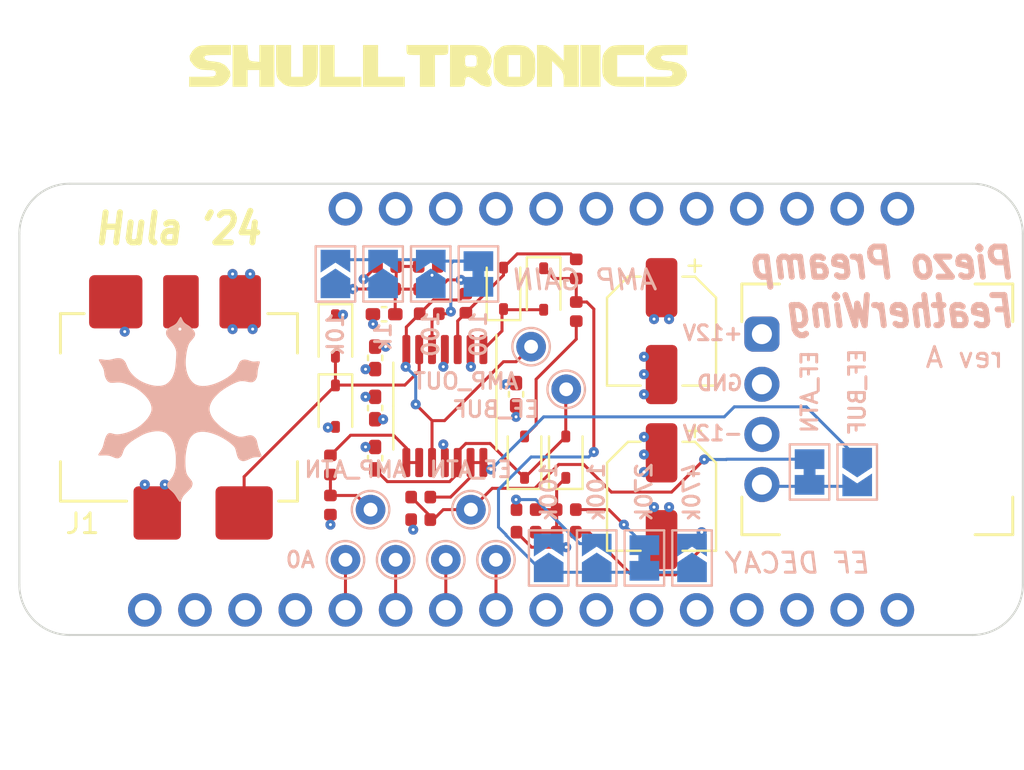
<source format=kicad_pcb>
(kicad_pcb (version 20240108) (generator "pcbnew") (generator_version "8.0")
  (layers (0 "F.Cu" power) (1 "In1.Cu" signal) (2 "In2.Cu" signal) (31 "B.Cu" mixed) (34 "B.Paste" user) (35 "F.Paste" user) (36 "B.SilkS" user "B.Silkscreen") (37 "F.SilkS" user "F.Silkscreen") (38 "B.Mask" user) (39 "F.Mask" user) (44 "Edge.Cuts" user))
  (net 0 "")
  (net 1 "GND")
  (net 2 "/~{EN}")
  (net 3 "/SCL")
  (net 4 "/SDA")
  (net 5 "/TX")
  (net 6 "/RX")
  (net 7 "/MISO")
  (net 8 "/MOSI")
  (net 9 "/SCK")
  (net 10 "/~{RST}")
  (net 11 "/SIGNAL_IN")
  (net 12 "/VREF")
  (net 13 "Net-(D3-A)")
  (net 14 "/EF_OUT")
  (net 15 "Net-(D5-A)")
  (net 16 "/USER")
  (net 17 "/A3")
  (net 18 "/A2")
  (net 19 "/A1")
  (net 20 "/A0")
  (net 21 "/D13")
  (net 22 "/D12")
  (net 23 "/D11")
  (net 24 "/D10")
  (net 25 "/D9")
  (net 26 "/D6")
  (net 27 "+12V")
  (net 28 "-12V")
  (net 29 "Net-(JP1-B)")
  (net 30 "Net-(JP1-A)")
  (net 31 "Net-(JP2-A)")
  (net 32 "Net-(JP3-A)")
  (net 33 "Net-(JP4-A)")
  (net 34 "Net-(JP5-B)")
  (net 35 "Net-(JP6-B)")
  (net 36 "Net-(JP7-B)")
  (net 37 "Net-(JP8-B)")
  (net 38 "/AMP_OUT {slash} EF_IN")
  (net 39 "Net-(C1-Pad2)")
  (net 40 "Net-(D3-K)")
  (net 41 "Net-(D6-K)")
  (net 42 "/AMP_OUT_SCALED")
  (net 43 "/ENVF_OUT_SCALED")
  (net 47 "/USB")
  (net 49 "/VBAT")
  (net 50 "/RECTIFIER_OUT")
  (net 51 "Net-(JP10-B)")
  (net 52 "/EF_BUFFERED")
  (net 53 "/AMP_BUFFERED")
  (footprint "Shulltronics_Connectors:3033_Molex_SL_4pos_RA" (layer "F.Cu") (at 169.672 91.44 -90)
    (property "Reference" "J5" (hide yes))
    (property "Value" "3033_Connector_SL_4pos_RA")
    (pad "1" thru_hole roundrect (at -2.54 0 270) (size 1.778 1.778) (drill 1.016) (layers "*.Cu" "*.Mask") (net 27 "+12V"))
    (pad "2" thru_hole circle (at 0 0 270) (size 1.778 1.778) (drill 1.016) (layers "*.Cu" "*.Mask") (net 1 "GND"))
    (pad "3" thru_hole circle (at 2.54 0 270) (size 1.778 1.778) (drill 1.016) (layers "*.Cu" "*.Mask") (net 28 "-12V"))
    (pad "4" thru_hole circle (at 5.08 0 270) (size 1.778 1.778) (drill 1.016) (layers "*.Cu" "*.Mask") (net 51 "Net-(JP10-B)"))
  )
  (footprint "Shulltronics_Generics:C_0402_HandSolder" (layer "F.Cu") (at 150.091 90.1036 90)
    (property "Reference" "C3" (hide yes))
    (property "Value" "3089_Capacitor_100n_16V_0402" (hide yes))
    (pad "1" smd roundrect (at -0.5675 0 90) (size 0.735 0.62) (layers "F.Cu" "F.Paste" "F.Mask") (net 1 "GND"))
    (pad "2" smd roundrect (at 0.5675 0 90) (size 0.735 0.62) (layers "F.Cu" "F.Paste" "F.Mask") (net 27 "+12V"))
  )
  (footprint "Shulltronics_Generics:RES-0402" (layer "F.Cu") (at 152.781 85.471)
    (property "Reference" "R2" (hide yes))
    (property "Value" "4038_Resistor_SMD_100_0.125W_1%")
    (pad "1" smd roundrect (at -0.485 0) (size 0.59 0.64) (layers "F.Cu" "F.Paste" "F.Mask") (net 39 "Net-(C1-Pad2)"))
    (pad "2" smd roundrect (at 0.485 0) (size 0.59 0.64) (layers "F.Cu" "F.Paste" "F.Mask") (net 31 "Net-(JP2-A)"))
  )
  (footprint "Shulltronics_Generics:C_0402_HandSolder" (layer "F.Cu") (at 150.5458 87.8914)
    (property "Reference" "C1" (hide yes))
    (property "Value" "4013_Capacitor_1u_16V_0402" (hide yes))
    (pad "1" smd roundrect (at -0.5675 0) (size 0.735 0.62) (layers "F.Cu" "F.Paste" "F.Mask") (net 1 "GND"))
    (pad "2" smd roundrect (at 0.5675 0) (size 0.735 0.62) (layers "F.Cu" "F.Paste" "F.Mask") (net 39 "Net-(C1-Pad2)"))
  )
  (footprint "Shulltronics_Generics:RES-0402" (layer "F.Cu") (at 159.766 98.933 180)
    (property "Reference" "R13" (hide yes))
    (property "Value" "4080_Resistor_SMD_470k_0.125W_1%")
    (pad "1" smd roundrect (at -0.485 0 180) (size 0.59 0.64) (layers "F.Cu" "F.Paste" "F.Mask") (net 35 "Net-(JP6-B)"))
    (pad "2" smd roundrect (at 0.485 0 180) (size 0.59 0.64) (layers "F.Cu" "F.Paste" "F.Mask") (net 41 "Net-(D6-K)"))
  )
  (footprint "Diode_SMD:D_SOD-323" (layer "F.Cu") (at 158.623 86.614 -90)
    (property "Reference" "D4" (hide yes))
    (property "Value" "1N4148W")
    (pad "1" smd roundrect (at -1.05 0 270) (size 0.6 0.45) (layers "F.Cu" "F.Paste" "F.Mask") (net 50 "/RECTIFIER_OUT"))
    (pad "2" smd roundrect (at 1.05 0 270) (size 0.6 0.45) (layers "F.Cu" "F.Paste" "F.Mask") (net 40 "Net-(D3-K)"))
  )
  (footprint "Diode_SMD:D_SOD-323" (layer "F.Cu") (at 148.082 92.549 -90)
    (property "Reference" "D2" (hide yes))
    (property "Value" "1N4148W")
    (pad "1" smd roundrect (at -1.05 0 270) (size 0.6 0.45) (layers "F.Cu" "F.Paste" "F.Mask") (net 11 "/SIGNAL_IN"))
    (pad "2" smd roundrect (at 1.05 0 270) (size 0.6 0.45) (layers "F.Cu" "F.Paste" "F.Mask") (net 28 "-12V"))
  )
  (footprint "Diode_SMD:D_SOD-323" (layer "F.Cu") (at 156.591 86.58 90)
    (property "Reference" "D3" (hide yes))
    (property "Value" "1N4148W")
    (pad "1" smd roundrect (at -1.05 0 90) (size 0.6 0.45) (layers "F.Cu" "F.Paste" "F.Mask") (net 40 "Net-(D3-K)"))
    (pad "2" smd roundrect (at 1.05 0 90) (size 0.6 0.45) (layers "F.Cu" "F.Paste" "F.Mask") (net 13 "Net-(D3-A)"))
  )
  (footprint "Diode_SMD:D_SOD-323" (layer "F.Cu") (at 148.082 88.993 -90)
    (property "Reference" "D1" (hide yes))
    (property "Value" "1N4148W")
    (pad "1" smd roundrect (at -1.05 0 270) (size 0.6 0.45) (layers "F.Cu" "F.Paste" "F.Mask") (net 27 "+12V"))
    (pad "2" smd roundrect (at 1.05 0 270) (size 0.6 0.45) (layers "F.Cu" "F.Paste" "F.Mask") (net 11 "/SIGNAL_IN"))
  )
  (footprint "Shulltronics_Generics:RES-0402" (layer "F.Cu") (at 160.274 85.598 -90)
    (property "Reference" "R7" (hide yes))
    (property "Value" "4008_Resistor_SMD_10k_0.125W_1%")
    (pad "1" smd roundrect (at -0.485 0 270) (size 0.59 0.64) (layers "F.Cu" "F.Paste" "F.Mask") (net 13 "Net-(D3-A)"))
    (pad "2" smd roundrect (at 0.485 0 270) (size 0.59 0.64) (layers "F.Cu" "F.Paste" "F.Mask") (net 50 "/RECTIFIER_OUT"))
  )
  (footprint "Shulltronics_Generics:RES-0402" (layer "F.Cu") (at 147.828 95.527 -90)
    (property "Reference" "R10" (hide yes))
    (property "Value" "4083_Resistor_SMD_24k_1/16W_1%")
    (pad "1" smd roundrect (at -0.485 0 270) (size 0.59 0.64) (layers "F.Cu" "F.Paste" "F.Mask") (net 53 "/AMP_BUFFERED"))
    (pad "2" smd roundrect (at 0.485 0 270) (size 0.59 0.64) (layers "F.Cu" "F.Paste" "F.Mask") (net 42 "/AMP_OUT_SCALED"))
  )
  (footprint "Shulltronics_Generics:RES-0402" (layer "F.Cu") (at 152.8064 86.6214)
    (property "Reference" "R1" (hide yes))
    (property "Value" "4038_Resistor_SMD_100_0.125W_1%")
    (pad "1" smd roundrect (at -0.485 0) (size 0.59 0.64) (layers "F.Cu" "F.Paste" "F.Mask") (net 39 "Net-(C1-Pad2)"))
    (pad "2" smd roundrect (at 0.485 0) (size 0.59 0.64) (layers "F.Cu" "F.Paste" "F.Mask") (net 30 "Net-(JP1-A)"))
  )
  (footprint "Shulltronics_Generics:RES-0402" (layer "F.Cu") (at 160.274 87.757 -90)
    (property "Reference" "R12" (hide yes))
    (property "Value" "4021_Resistor_SMD_Jumper")
    (pad "1" smd roundrect (at -0.485 0 270) (size 0.59 0.64) (layers "F.Cu" "F.Paste" "F.Mask") (net 50 "/RECTIFIER_OUT"))
    (pad "2" smd roundrect (at 0.485 0 270) (size 0.59 0.64) (layers "F.Cu" "F.Paste" "F.Mask") (net 15 "Net-(D5-A)"))
  )
  (footprint "Shulltronics_Passives:3088_Capacitor_10u_50V_SMD" (layer "F.Cu") (at 164.592 88.7476 -90)
    (property "Reference" "C7" (hide yes))
    (property "Value" "4031_Capacitor_10u_35V_SMD" (hide yes))
    (pad "1" smd roundrect (at -2.2 0 270) (size 3 1.6) (layers "F.Cu" "F.Paste" "F.Mask") (roundrect_rratio 0.15625) (net 27 "+12V"))
    (pad "2" smd roundrect (at 2.2 0 270) (size 3 1.6) (layers "F.Cu" "F.Paste" "F.Mask") (roundrect_rratio 0.15625) (net 1 "GND"))
  )
  (footprint "Shulltronics_Generics:RES-0402" (layer "F.Cu") (at 152.4 98.298 180)
    (property "Reference" "R8" (hide yes))
    (property "Value" "4082_Resistor_SMD_9k1_1/16W_1%")
    (pad "1" smd roundrect (at -0.485 0 180) (size 0.59 0.64) (layers "F.Cu" "F.Paste" "F.Mask") (net 43 "/ENVF_OUT_SCALED"))
    (pad "2" smd roundrect (at 0.485 0 180) (size 0.59 0.64) (layers "F.Cu" "F.Paste" "F.Mask") (net 1 "GND"))
  )
  (footprint "Shulltronics_Generics:C_0402_HandSolder" (layer "F.Cu") (at 157.226 91.948 90)
    (property "Reference" "C5" (hide yes))
    (property "Value" "3089_Capacitor_100n_16V_0402" (hide yes))
    (pad "1" smd roundrect (at -0.5675 0 90) (size 0.735 0.62) (layers "F.Cu" "F.Paste" "F.Mask") (net 28 "-12V"))
    (pad "2" smd roundrect (at 0.5675 0 90) (size 0.735 0.62) (layers "F.Cu" "F.Paste" "F.Mask") (net 27 "+12V"))
  )
  (footprint "Shulltronics_Generics:RES-0402" (layer "F.Cu") (at 157.734 98.933)
    (property "Reference" "R16" (hide yes))
    (property "Value" "4017_Resistor_SMD_100k_0.125W_1%_1")
    (pad "1" smd roundrect (at -0.485 0) (size 0.59 0.64) (layers "F.Cu" "F.Paste" "F.Mask") (net 37 "Net-(JP8-B)"))
    (pad "2" smd roundrect (at 0.485 0) (size 0.59 0.64) (layers "F.Cu" "F.Paste" "F.Mask") (net 41 "Net-(D6-K)"))
  )
  (footprint "Shulltronics_Generics:RES-0402" (layer "F.Cu") (at 150.6728 85.4784)
    (property "Reference" "R4" (hide yes))
    (property "Value" "4010_Resistor_SMD_1k_0.125W_1%")
    (pad "1" smd roundrect (at -0.485 0) (size 0.59 0.64) (layers "F.Cu" "F.Paste" "F.Mask") (net 32 "Net-(JP3-A)"))
    (pad "2" smd roundrect (at 0.485 0) (size 0.59 0.64) (layers "F.Cu" "F.Paste" "F.Mask") (net 39 "Net-(C1-Pad2)"))
  )
  (footprint "Shulltronics_Generics:RES-0402" (layer "F.Cu") (at 157.734 97.79)
    (property "Reference" "R15" (hide yes))
    (property "Value" "4017_Resistor_SMD_100k_0.125W_1%_1")
    (pad "1" smd roundrect (at -0.485 0) (size 0.59 0.64) (layers "F.Cu" "F.Paste" "F.Mask") (net 36 "Net-(JP7-B)"))
    (pad "2" smd roundrect (at 0.485 0) (size 0.59 0.64) (layers "F.Cu" "F.Paste" "F.Mask") (net 41 "Net-(D6-K)"))
  )
  (footprint "Shulltronics_Generics:RES-0402" (layer "F.Cu") (at 152.4 97.155 180)
    (property "Reference" "R9" (hide yes))
    (property "Value" "4083_Resistor_SMD_24k_1/16W_1%")
    (pad "1" smd roundrect (at -0.485 0 180) (size 0.59 0.64) (layers "F.Cu" "F.Paste" "F.Mask") (net 52 "/EF_BUFFERED"))
    (pad "2" smd roundrect (at 0.485 0 180) (size 0.59 0.64) (layers "F.Cu" "F.Paste" "F.Mask") (net 43 "/ENVF_OUT_SCALED"))
  )
  (footprint "Diode_SMD:D_SOD-323" (layer "F.Cu") (at 157.6554 95.1328 90)
    (property "Reference" "D5" (hide yes))
    (property "Value" "1N4148W")
    (pad "1" smd roundrect (at -1.05 0 90) (size 0.6 0.45) (layers "F.Cu" "F.Paste" "F.Mask") (net 14 "/EF_OUT"))
    (pad "2" smd roundrect (at 1.05 0 90) (size 0.6 0.45) (layers "F.Cu" "F.Paste" "F.Mask") (net 15 "Net-(D5-A)"))
  )
  (footprint "Shulltronics_Generics:RES-0402" (layer "F.Cu") (at 154.686 87.3326 -90)
    (property "Reference" "R6" (hide yes))
    (property "Value" "4008_Resistor_SMD_10k_0.125W_1%")
    (pad "1" smd roundrect (at -0.485 0 270) (size 0.59 0.64) (layers "F.Cu" "F.Paste" "F.Mask") (net 38 "/AMP_OUT {slash} EF_IN"))
    (pad "2" smd roundrect (at 0.485 0 270) (size 0.59 0.64) (layers "F.Cu" "F.Paste" "F.Mask") (net 13 "Net-(D3-A)"))
  )
  (footprint "Diode_SMD:D_SOD-323" (layer "F.Cu") (at 159.743 95.1328 90)
    (property "Reference" "D6" (hide yes))
    (property "Value" "1N4148W")
    (pad "1" smd roundrect (at -1.05 0 90) (size 0.6 0.45) (layers "F.Cu" "F.Paste" "F.Mask") (net 41 "Net-(D6-K)"))
    (pad "2" smd roundrect (at 1.05 0 90) (size 0.6 0.45) (layers "F.Cu" "F.Paste" "F.Mask") (net 14 "/EF_OUT"))
  )
  (footprint "Shulltronics_Connectors:4040_Header_12pos_2.54mm" (layer "F.Cu") (at 148.59 82.55 90)
    (property "Reference" "J3" (hide yes))
    (property "Value" "4040_Header_Male_Vert_12pin_0.1in" (hide yes))
    (pad "1" thru_hole circle (at 0 0 90) (size 1.7 1.7) (drill 1) (layers "*.Cu" "*.Mask") (net 49 "/VBAT"))
    (pad "2" thru_hole oval (at 0 2.54 90) (size 1.7 1.7) (drill 1) (layers "*.Cu" "*.Mask") (net 2 "/~{EN}"))
    (pad "3" thru_hole oval (at 0 5.08 90) (size 1.7 1.7) (drill 1) (layers "*.Cu" "*.Mask") (net 47 "/USB"))
    (pad "4" thru_hole oval (at 0 7.62 90) (size 1.7 1.7) (drill 1) (layers "*.Cu" "*.Mask") (net 21 "/D13"))
    (pad "5" thru_hole oval (at 0 10.16 90) (size 1.7 1.7) (drill 1) (layers "*.Cu" "*.Mask") (net 22 "/D12"))
    (pad "6" thru_hole oval (at 0 12.7 90) (size 1.7 1.7) (drill 1) (layers "*.Cu" "*.Mask") (net 23 "/D11"))
    (pad "7" thru_hole oval (at 0 15.24 90) (size 1.7 1.7) (drill 1) (layers "*.Cu" "*.Mask") (net 24 "/D10"))
    (pad "8" thru_hole oval (at 0 17.78 90) (size 1.7 1.7) (drill 1) (layers "*.Cu" "*.Mask") (net 25 "/D9"))
    (pad "9" thru_hole oval (at 0 20.32 90) (size 1.7 1.7) (drill 1) (layers "*.Cu" "*.Mask") (net 26 "/D6"))
    (pad "10" thru_hole oval (at 0 22.86 90) (size 1.7 1.7) (drill 1) (layers "*.Cu" "*.Mask"))
    (pad "11" thru_hole oval (at 0 25.4 90) (size 1.7 1.7) (drill 1) (layers "*.Cu" "*.Mask") (net 3 "/SCL"))
    (pad "12" thru_hole oval (at 0 27.94 90) (size 1.7 1.7) (drill 1) (layers "*.Cu" "*.Mask") (net 4 "/SDA"))
  )
  (footprint "Shulltronics_Generics:RES-0402" (layer "F.Cu") (at 147.828 97.559 -90)
    (property "Reference" "R11" (hide yes))
    (property "Value" "4082_Resistor_SMD_9k1_1/16W_1%")
    (pad "1" smd roundrect (at -0.485 0 270) (size 0.59 0.64) (layers "F.Cu" "F.Paste" "F.Mask") (net 42 "/AMP_OUT_SCALED"))
    (pad "2" smd roundrect (at 0.485 0 270) (size 0.59 0.64) (layers "F.Cu" "F.Paste" "F.Mask") (net 1 "GND"))
  )
  (footprint "Shulltronics_Passives:3088_Capacitor_10u_50V_SMD" (layer "F.Cu") (at 164.592 97.114 -90)
    (property "Reference" "C8" (hide yes))
    (property "Value" "4031_Capacitor_10u_35V_SMD" (hide yes))
    (pad "1" smd roundrect (at -2.2 0 270) (size 3 1.6) (layers "F.Cu" "F.Paste" "F.Mask") (roundrect_rratio 0.15625) (net 1 "GND"))
    (pad "2" smd roundrect (at 2.2 0 270) (size 3 1.6) (layers "F.Cu" "F.Paste" "F.Mask") (roundrect_rratio 0.15625) (net 28 "-12V"))
  )
  (footprint "Shulltronics_Generics:RES-0402" (layer "F.Cu") (at 159.766 97.79 180)
    (property "Reference" "R14" (hide yes))
    (property "Value" "4019_Resistor_SMD_270k_0.125W_1%")
    (pad "1" smd roundrect (at -0.485 0 180) (size 0.59 0.64) (layers "F.Cu" "F.Paste" "F.Mask") (net 34 "Net-(JP5-B)"))
    (pad "2" smd roundrect (at 0.485 0 180) (size 0.59 0.64) (layers "F.Cu" "F.Paste" "F.Mask") (net 41 "Net-(D6-K)"))
  )
  (footprint "Shulltronics_Integrated_Circuits:3099_TL074CPW_TSSOP14" (layer "F.Cu") (at 153.6216 92.5436 -90)
    (property "Reference" "U1" (hide yes))
    (property "Value" "3099_TL074CPW_SMD")
    (pad "1" smd roundrect (at -2.8625 -1.95 270) (size 1.475 0.4) (layers "F.Cu" "F.Paste" "F.Mask") (net 40 "Net-(D3-K)"))
    (pad "2" smd roundrect (at -2.8625 -1.3 270) (size 1.475 0.4) (layers "F.Cu" "F.Paste" "F.Mask") (net 1 "GND"))
    (pad "3" smd roundrect (at -2.8625 -0.65 270) (size 1.475 0.4) (layers "F.Cu" "F.Paste" "F.Mask") (net 13 "Net-(D3-A)"))
    (pad "4" smd roundrect (at -2.8625 0 270) (size 1.475 0.4) (layers "F.Cu" "F.Paste" "F.Mask") (net 27 "+12V"))
    (pad "5" smd roundrect (at -2.8625 0.65 270) (size 1.475 0.4) (layers "F.Cu" "F.Paste" "F.Mask") (net 29 "Net-(JP1-B)"))
    (pad "6" smd roundrect (at -2.8625 1.3 270) (size 1.475 0.4) (layers "F.Cu" "F.Paste" "F.Mask") (net 11 "/SIGNAL_IN"))
    (pad "7" smd roundrect (at -2.8625 1.95 270) (size 1.475 0.4) (layers "F.Cu" "F.Paste" "F.Mask") (net 38 "/AMP_OUT {slash} EF_IN"))
    (pad "8" smd roundrect (at 2.8625 1.95 270) (size 1.475 0.4) (layers "F.Cu" "F.Paste" "F.Mask") (net 53 "/AMP_BUFFERED"))
    (pad "9" smd roundrect (at 2.8625 1.3 270) (size 1.475 0.4) (layers "F.Cu" "F.Paste" "F.Mask") (net 53 "/AMP_BUFFERED"))
    (pad "10" smd roundrect (at 2.8625 0.65 270) (size 1.475 0.4) (layers "F.Cu" "F.Paste" "F.Mask") (net 38 "/AMP_OUT {slash} EF_IN"))
    (pad "11" smd roundrect (at 2.8625 0 270) (size 1.475 0.4) (layers "F.Cu" "F.Paste" "F.Mask") (net 28 "-12V"))
    (pad "12" smd roundrect (at 2.8625 -0.65 270) (size 1.475 0.4) (layers "F.Cu" "F.Paste" "F.Mask") (net 14 "/EF_OUT"))
    (pad "13" smd roundrect (at 2.8625 -1.3 270) (size 1.475 0.4) (layers "F.Cu" "F.Paste" "F.Mask") (net 52 "/EF_BUFFERED"))
    (pad "14" smd roundrect (at 2.8625 -1.95 270) (size 1.475 0.4) (layers "F.Cu" "F.Paste" "F.Mask") (net 52 "/EF_BUFFERED"))
  )
  (footprint "Shulltronics_Generics:C_0402_HandSolder" (layer "F.Cu") (at 150.091 95.1836 -90)
    (property "Reference" "C6" (hide yes))
    (property "Value" "4013_Capacitor_1u_16V_0402" (hide yes))
    (pad "1" smd roundrect (at -0.5675 0 270) (size 0.735 0.62) (layers "F.Cu" "F.Paste" "F.Mask") (net 1 "GND"))
    (pad "2" smd roundrect (at 0.5675 0 270) (size 0.735 0.62) (layers "F.Cu" "F.Paste" "F.Mask") (net 14 "/EF_OUT"))
  )
  (footprint "Shulltronics_Generics:Shulltronics_Logo" (layer "F.Cu") (at 152.543309 75.257778)
    (property "Reference" "L1" (hide yes))
    (property "Value" "Shulltronics_Logo" (hide yes))
  )
  (footprint "Shulltronics_Generics:C_0402_HandSolder" (layer "F.Cu") (at 150.091 92.6436 90)
    (property "Reference" "C2" (hide yes))
    (property "Value" "3089_Capacitor_100n_16V_0402" (hide yes))
    (pad "1" smd roundrect (at -0.5675 0 90) (size 0.735 0.62) (layers "F.Cu" "F.Paste" "F.Mask") (net 28 "-12V"))
    (pad "2" smd roundrect (at 0.5675 0 90) (size 0.735 0.62) (layers "F.Cu" "F.Paste" "F.Mask") (net 1 "GND"))
  )
  (footprint "Shulltronics_Connectors:4039_Header_16pos_2.54mm" (layer "F.Cu") (at 176.53 102.87 -90)
    (property "Reference" "J2" (hide yes))
    (property "Value" "4039_Header_Male_Vert_16pin_0.1in" (hide yes))
    (pad "1" thru_hole circle (at 0 0 270) (size 1.7 1.7) (drill 1) (layers "*.Cu" "*.Mask") (net 16 "/USER"))
    (pad "2" thru_hole oval (at 0 2.54 270) (size 1.7 1.7) (drill 1) (layers "*.Cu" "*.Mask") (net 5 "/TX"))
    (pad "3" thru_hole oval (at 0 5.08 270) (size 1.7 1.7) (drill 1) (layers "*.Cu" "*.Mask") (net 6 "/RX"))
    (pad "4" thru_hole oval (at 0 7.62 270) (size 1.7 1.7) (drill 1) (layers "*.Cu" "*.Mask") (net 7 "/MISO"))
    (pad "5" thru_hole oval (at 0 10.16 270) (size 1.7 1.7) (drill 1) (layers "*.Cu" "*.Mask") (net 8 "/MOSI"))
    (pad "6" thru_hole oval (at 0 12.7 270) (size 1.7 1.7) (drill 1) (layers "*.Cu" "*.Mask") (net 9 "/SCK"))
    (pad "7" thru_hole oval (at 0 15.24 270) (size 1.7 1.7) (drill 1) (layers "*.Cu" "*.Mask"))
    (pad "8" thru_hole oval (at 0 17.78 270) (size 1.7 1.7) (drill 1) (layers "*.Cu" "*.Mask"))
    (pad "9" thru_hole oval (at 0 20.32 270) (size 1.7 1.7) (drill 1) (layers "*.Cu" "*.Mask") (net 17 "/A3"))
    (pad "10" thru_hole oval (at 0 22.86 270) (size 1.7 1.7) (drill 1) (layers "*.Cu" "*.Mask") (net 18 "/A2"))
    (pad "11" thru_hole oval (at 0 25.4 270) (size 1.7 1.7) (drill 1) (layers "*.Cu" "*.Mask") (net 19 "/A1"))
    (pad "12" thru_hole oval (at 0 27.94 270) (size 1.7 1.7) (drill 1) (layers "*.Cu" "*.Mask") (net 20 "/A0"))
    (pad "13" thru_hole oval (at 0 30.48 270) (size 1.7 1.7) (drill 1) (layers "*.Cu" "*.Mask") (net 1 "GND"))
    (pad "14" thru_hole oval (at 0 33.02 270) (size 1.7 1.7) (drill 1) (layers "*.Cu" "*.Mask") (net 12 "/VREF"))
    (pad "15" thru_hole oval (at 0 35.56 270) (size 1.7 1.7) (drill 1) (layers "*.Cu" "*.Mask"))
    (pad "16" thru_hole oval (at 0 38.1 270) (size 1.7 1.7) (drill 1) (layers "*.Cu" "*.Mask") (net 10 "/~{RST}"))
  )
  (footprint "Shulltronics_Connectors:3079_TRS_Jack_SMD" (layer "F.Cu") (at 146.16 97.36 90)
    (property "Reference" "J1" (at -1.1412 -10.8796 180) (layer "F.SilkS"))
    (property "Value" "3079_TRS_Jack_SMD")
    (pad "" np_thru_hole circle (at 4.65 -9 90) (size 1.6 1.6) (drill 1.6) (layers "*.Cu" "*.Mask"))
    (pad "" np_thru_hole circle (at 4.65 -3 90) (size 1.6 1.6) (drill 1.6) (layers "*.Cu" "*.Mask"))
    (pad "1" smd roundrect (at 10.1 -9.2 90) (size 2.7 2.7) (layers "F.Cu" "F.Paste" "F.Mask") (roundrect_rratio 0.1) (net 1 "GND"))
    (pad "2" smd roundrect (at -0.6 -2.7 90) (size 2.7 2.9) (layers "F.Cu" "F.Paste" "F.Mask") (roundrect_rratio 0.1) (net 11 "/SIGNAL_IN"))
    (pad "3" smd roundrect (at 10.1 -2.9 90) (size 2.7 2.1) (layers "F.Cu" "F.Paste" "F.Mask") (roundrect_rratio 0.1) (net 1 "GND"))
    (pad "10" smd roundrect (at -0.6 -7.1 90) (size 2.7 2.4) (layers "F.Cu" "F.Paste" "F.Mask") (roundrect_rratio 0.1) (net 1 "GND"))
    (pad "11" smd roundrect (at 10.1 -5.9 90) (size 2.7 1.8) (layers "F.Cu" "F.Paste" "F.Mask") (roundrect_rratio 0.1) (net 1 "GND"))
  )
  (footprint "Shulltronics_Generics:RES-0402" (layer "F.Cu") (at 150.622 86.614 180)
    (property "Reference" "R5" (hide yes))
    (property "Value" "4008_Resistor_SMD_10k_0.125W_1%")
    (pad "1" smd roundrect (at -0.485 0 180) (size 0.59 0.64) (layers "F.Cu" "F.Paste" "F.Mask") (net 39 "Net-(C1-Pad2)"))
    (pad "2" smd roundrect (at 0.485 0 180) (size 0.59 0.64) (layers "F.Cu" "F.Paste" "F.Mask") (net 33 "Net-(JP4-A)"))
  )
  (footprint "Shulltronics_Generics:RES-0402" (layer "F.Cu") (at 152.8318 87.866 180)
    (property "Reference" "R3" (hide yes))
    (property "Value" "4008_Resistor_SMD_10k_0.125W_1%")
    (pad "1" smd roundrect (at -0.485 0 180) (size 0.59 0.64) (layers "F.Cu" "F.Paste" "F.Mask") (net 29 "Net-(JP1-B)"))
    (pad "2" smd roundrect (at 0.485 0 180) (size 0.59 0.64) (layers "F.Cu" "F.Paste" "F.Mask") (net 38 "/AMP_OUT {slash} EF_IN"))
  )
  (footprint "Shulltronics_Generics:SolderJumper-2_P1.3mm_Bridged_Pad1.0x1.5mm" (layer "B.Cu") (at 163.7224 100.24 90)
    (property "Reference" "JP5" (hide yes))
    (property "Value" "270k" (at 3.339 -0.0194 -90) (layer "B.SilkS") (effects (font (size 0.8 0.8)) (justify mirror)))
    (fp_poly (pts (xy -0.25 0.3) (xy 0.25 0.3) (xy 0.25 -0.3) (xy -0.25 -0.3)) (fill solid) (layer "B.Cu"))
    (pad "1" smd rect (at -0.65 0 90) (size 1 1.5) (layers "B.Cu" "B.Mask") (net 50 "/RECTIFIER_OUT"))
    (pad "2" smd rect (at 0.65 0 90) (size 1 1.5) (layers "B.Cu" "B.Mask") (net 34 "Net-(JP5-B)"))
  )
  (footprint "Shulltronics_Generics:SolderJumper-2_P1.3mm_Open_TrianglePad1.0x1.5mm" (layer "B.Cu") (at 150.495 85.852 90)
    (property "Reference" "JP3" (hide yes))
    (property "Value" "1k" (at -3.175 0 -90) (layer "B.SilkS") (effects (font (size 0.8 0.8)) (justify mirror)))
    (pad "1" smd custom (at -0.725 0 90) (size 0.3 0.3) (layers "B.Cu" "B.Mask") (net 32 "Net-(JP3-A)") (options (clearance outline) (anchor rect)) (primitives (gr_poly (pts (xy 1 0) (xy 0.5 -0.75) (xy -0.5 -0.75) (xy -0.5 0.75) (xy 0.5 0.75)) (width 0) (fill yes))))
    (pad "2" smd custom (at 0.725 0 90) (size 0.3 0.3) (layers "B.Cu" "B.Mask") (net 29 "Net-(JP1-B)") (options (clearance outline) (anchor rect)) (primitives (gr_poly (pts (xy 0.5 -0.75) (xy -0.65 -0.75) (xy -0.15 0) (xy -0.65 0.75) (xy 0.5 0.75)) (width 0) (fill yes))))
  )
  (footprint "Shulltronics_Generics:TestPoint_THTPad_D1.5mm_Drill0.7mm" (layer "B.Cu") (at 157.988 89.535 180)
    (property "Reference" "TP6" (hide yes))
    (property "Value" "AMP_OUT" (at 3.302 -1.75 0) (layer "B.SilkS") (effects (font (size 0.8 0.8)) (justify mirror)))
    (pad "1" thru_hole circle (at 0 0 180) (size 1.5 1.5) (drill 0.7) (layers "*.Cu" "*.Mask") (net 38 "/AMP_OUT {slash} EF_IN"))
  )
  (footprint "Shulltronics_Generics:SolderJumper-2_P1.3mm_Open_TrianglePad1.0x1.5mm" (layer "B.Cu") (at 166.1354 100.24 90)
    (property "Reference" "JP6" (hide yes))
    (property "Value" "470k" (at 3.339 -0.0194 -90) (layer "B.SilkS") (effects (font (size 0.8 0.8)) (justify mirror)))
    (pad "1" smd custom (at -0.725 0 90) (size 0.3 0.3) (layers "B.Cu" "B.Mask") (net 50 "/RECTIFIER_OUT") (options (clearance outline) (anchor rect)) (primitives (gr_poly (pts (xy 1 0) (xy 0.5 -0.75) (xy -0.5 -0.75) (xy -0.5 0.75) (xy 0.5 0.75)) (width 0) (fill yes))))
    (pad "2" smd custom (at 0.725 0 90) (size 0.3 0.3) (layers "B.Cu" "B.Mask") (net 35 "Net-(JP6-B)") (options (clearance outline) (anchor rect)) (primitives (gr_poly (pts (xy 0.5 -0.75) (xy -0.65 -0.75) (xy -0.15 0) (xy -0.65 0.75) (xy 0.5 0.75)) (width 0) (fill yes))))
  )
  (footprint "Shulltronics_Generics:SolderJumper-2_P1.3mm_Open_TrianglePad1.0x1.5mm" (layer "B.Cu") (at 161.3094 100.24 90)
    (property "Reference" "JP7" (hide yes))
    (property "Value" "100k" (at 3.339 -0.0194 -90) (layer "B.SilkS") (effects (font (size 0.8 0.8)) (justify mirror)))
    (pad "1" smd custom (at -0.725 0 90) (size 0.3 0.3) (layers "B.Cu" "B.Mask") (net 50 "/RECTIFIER_OUT") (options (clearance outline) (anchor rect)) (primitives (gr_poly (pts (xy 1 0) (xy 0.5 -0.75) (xy -0.5 -0.75) (xy -0.5 0.75) (xy 0.5 0.75)) (width 0) (fill yes))))
    (pad "2" smd custom (at 0.725 0 90) (size 0.3 0.3) (layers "B.Cu" "B.Mask") (net 36 "Net-(JP7-B)") (options (clearance outline) (anchor rect)) (primitives (gr_poly (pts (xy 0.5 -0.75) (xy -0.65 -0.75) (xy -0.15 0) (xy -0.65 0.75) (xy 0.5 0.75)) (width 0) (fill yes))))
  )
  (footprint "Shulltronics_Generics:TestPoint_THTPad_D1.5mm_Drill0.7mm" (layer "B.Cu") (at 153.67 100.33 180)
    (property "Reference" "TP4" (hide yes))
    (property "Value" "A2" (hide yes))
    (pad "1" thru_hole circle (at 0 0 180) (size 1.5 1.5) (drill 0.7) (layers "*.Cu" "*.Mask") (net 18 "/A2"))
  )
  (footprint "Shulltronics_Generics:SolderJumper-2_P1.3mm_Open_TrianglePad1.0x1.5mm" (layer "B.Cu") (at 148.082 85.852 90)
    (property "Reference" "JP4" (hide yes))
    (property "Value" "10k" (at -3.048 0 -90) (layer "B.SilkS") (effects (font (size 0.8 0.8)) (justify mirror)))
    (pad "1" smd custom (at -0.725 0 90) (size 0.3 0.3) (layers "B.Cu" "B.Mask") (net 33 "Net-(JP4-A)") (options (clearance outline) (anchor rect)) (primitives (gr_poly (pts (xy 1 0) (xy 0.5 -0.75) (xy -0.5 -0.75) (xy -0.5 0.75) (xy 0.5 0.75)) (width 0) (fill yes))))
    (pad "2" smd custom (at 0.725 0 90) (size 0.3 0.3) (layers "B.Cu" "B.Mask") (net 29 "Net-(JP1-B)") (options (clearance outline) (anchor rect)) (primitives (gr_poly (pts (xy 0.5 -0.75) (xy -0.65 -0.75) (xy -0.15 0) (xy -0.65 0.75) (xy 0.5 0.75)) (width 0) (fill yes))))
  )
  (footprint "Shulltronics_Generics:Bloom_of_pleiades" (layer "B.Cu") (at 140.13025 92.886242 135)
    (property "Reference" "G***" (hide yes))
    (property "Value" "LOGO" (hide yes))
  )
  (footprint "Shulltronics_Generics:SolderJumper-2_P1.3mm_Open_TrianglePad1.0x1.5mm" (layer "B.Cu") (at 152.908 85.852 90)
    (property "Reference" "JP2" (hide yes))
    (property "Value" "100" (at -3.048 0 -90) (layer "B.SilkS") (effects (font (size 0.8 0.8)) (justify mirror)))
    (pad "1" smd custom (at -0.725 0 90) (size 0.3 0.3) (layers "B.Cu" "B.Mask") (net 31 "Net-(JP2-A)") (options (clearance outline) (anchor rect)) (primitives (gr_poly (pts (xy 1 0) (xy 0.5 -0.75) (xy -0.5 -0.75) (xy -0.5 0.75) (xy 0.5 0.75)) (width 0) (fill yes))))
    (pad "2" smd custom (at 0.725 0 90) (size 0.3 0.3) (layers "B.Cu" "B.Mask") (net 29 "Net-(JP1-B)") (options (clearance outline) (anchor rect)) (primitives (gr_poly (pts (xy 0.5 -0.75) (xy -0.65 -0.75) (xy -0.15 0) (xy -0.65 0.75) (xy 0.5 0.75)) (width 0) (fill yes))))
  )
  (footprint "Shulltronics_Generics:TestPoint_THTPad_D1.5mm_Drill0.7mm" (layer "B.Cu") (at 151.13 100.33 180)
    (property "Reference" "TP3" (hide yes))
    (property "Value" "A1" (hide yes))
    (pad "1" thru_hole circle (at 0 0 180) (size 1.5 1.5) (drill 0.7) (layers "*.Cu" "*.Mask") (net 19 "/A1"))
  )
  (footprint "Shulltronics_Generics:SolderJumper-2_P1.3mm_Bridged_Pad1.0x1.5mm" (layer "B.Cu") (at 172.085 95.885 -90)
    (property "Reference" "JP10" (hide yes))
    (property "Value" "EF_ATN" (at -4.064 0 90) (layer "B.SilkS") (effects (font (size 0.8 0.8)) (justify mirror)))
    (fp_poly (pts (xy -0.25 0.3) (xy 0.25 0.3) (xy 0.25 -0.3) (xy -0.25 -0.3)) (fill solid) (layer "B.Cu"))
    (pad "1" smd rect (at -0.65 0 270) (size 1 1.5) (layers "B.Cu" "B.Mask") (net 43 "/ENVF_OUT_SCALED"))
    (pad "2" smd rect (at 0.65 0 270) (size 1 1.5) (layers "B.Cu" "B.Mask") (net 51 "Net-(JP10-B)"))
  )
  (footprint "Shulltronics_Generics:SolderJumper-2_P1.3mm_Bridged_Pad1.0x1.5mm" (layer "B.Cu") (at 155.321 85.852 90)
    (property "Reference" "JP1" (hide yes))
    (property "Value" "100" (at -3.048 0 -90) (layer "B.SilkS") (effects (font (size 0.8 0.8)) (justify mirror)))
    (fp_poly (pts (xy -0.25 0.3) (xy 0.25 0.3) (xy 0.25 -0.3) (xy -0.25 -0.3)) (fill solid) (layer "B.Cu"))
    (pad "1" smd rect (at -0.65 0 90) (size 1 1.5) (layers "B.Cu" "B.Mask") (net 30 "Net-(JP1-A)"))
    (pad "2" smd rect (at 0.65 0 90) (size 1 1.5) (layers "B.Cu" "B.Mask") (net 29 "Net-(JP1-B)"))
  )
  (footprint "Shulltronics_Generics:TestPoint_THTPad_D1.5mm_Drill0.7mm" (layer "B.Cu") (at 148.59 100.33 180)
    (property "Reference" "TP2" (hide yes))
    (property "Value" "A0" (at 2.286 0 0) (layer "B.SilkS") (effects (font (size 0.8 0.8)) (justify mirror)))
    (pad "1" thru_hole circle (at 0 0 180) (size 1.5 1.5) (drill 0.7) (layers "*.Cu" "*.Mask") (net 20 "/A0"))
  )
  (footprint "Shulltronics_Generics:TestPoint_THTPad_D1.5mm_Drill0.7mm" (layer "B.Cu") (at 156.21 100.33 180)
    (property "Reference" "TP5" (hide yes))
    (property "Value" "A3" (hide yes))
    (pad "1" thru_hole circle (at 0 0 180) (size 1.5 1.5) (drill 0.7) (layers "*.Cu" "*.Mask") (net 17 "/A3"))
  )
  (footprint "Shulltronics_Generics:TestPoint_THTPad_D1.5mm_Drill0.7mm" (layer "B.Cu") (at 159.766 91.694 180)
    (property "Reference" "TP7" (hide yes))
    (property "Value" "EF_BUF" (at 3.556 -1.016 0) (layer "B.SilkS") (effects (font (size 0.8 0.8)) (justify mirror)))
    (pad "1" thru_hole circle (at 0 0 180) (size 1.5 1.5) (drill 0.7) (layers "*.Cu" "*.Mask") (net 14 "/EF_OUT"))
  )
  (footprint "Shulltronics_Generics:SolderJumper-2_P1.3mm_Open_TrianglePad1.0x1.5mm" (layer "B.Cu") (at 158.877 100.24 90)
    (property "Reference" "JP8" (hide yes))
    (property "Value" "100k" (at 3.339 0 -90) (layer "B.SilkS") (effects (font (size 0.8 0.8)) (justify mirror)))
    (pad "1" smd custom (at -0.725 0 90) (size 0.3 0.3) (layers "B.Cu" "B.Mask") (net 50 "/RECTIFIER_OUT") (options (clearance outline) (anchor rect)) (primitives (gr_poly (pts (xy 1 0) (xy 0.5 -0.75) (xy -0.5 -0.75) (xy -0.5 0.75) (xy 0.5 0.75)) (width 0) (fill yes))))
    (pad "2" smd custom (at 0.725 0 90) (size 0.3 0.3) (layers "B.Cu" "B.Mask") (net 37 "Net-(JP8-B)") (options (clearance outline) (anchor rect)) (primitives (gr_poly (pts (xy 0.5 -0.75) (xy -0.65 -0.75) (xy -0.15 0) (xy -0.65 0.75) (xy 0.5 0.75)) (width 0) (fill yes))))
  )
  (footprint "Shulltronics_Generics:TestPoint_THTPad_D1.5mm_Drill0.7mm" (layer "B.Cu") (at 154.94 97.79 -90)
    (property "Reference" "TP8" (hide yes))
    (property "Value" "EF_ATN" (at -2.032 0 0) (layer "B.SilkS") (effects (font (size 0.8 0.8)) (justify mirror)))
    (pad "1" thru_hole circle (at 0 0 270) (size 1.5 1.5) (drill 0.7) (layers "*.Cu" "*.Mask") (net 43 "/ENVF_OUT_SCALED"))
  )
  (footprint "Shulltronics_Generics:SolderJumper-2_P1.3mm_Open_TrianglePad1.0x1.5mm" (layer "B.Cu") (at 174.498 95.885 -90)
    (property "Reference" "JP9" (hide yes))
    (property "Value" "EF_BUF" (at -4.064 0 90) (layer "B.SilkS") (effects (font (size 0.8 0.8)) (justify mirror)))
    (pad "1" smd custom (at -0.725 0 270) (size 0.3 0.3) (layers "B.Cu" "B.Mask") (net 52 "/EF_BUFFERED") (options (clearance outline) (anchor rect)) (primitives (gr_poly (pts (xy 1 0) (xy 0.5 -0.75) (xy -0.5 -0.75) (xy -0.5 0.75) (xy 0.5 0.75)) (width 0) (fill yes))))
    (pad "2" smd custom (at 0.725 0 270) (size 0.3 0.3) (layers "B.Cu" "B.Mask") (net 51 "Net-(JP10-B)") (options (clearance outline) (anchor rect)) (primitives (gr_poly (pts (xy 0.5 -0.75) (xy -0.65 -0.75) (xy -0.15 0) (xy -0.65 0.75) (xy 0.5 0.75)) (width 0) (fill yes))))
  )
  (footprint "Shulltronics_Generics:TestPoint_THTPad_D1.5mm_Drill0.7mm" (layer "B.Cu") (at 149.86 97.79 180)
    (property "Reference" "TP1" (hide yes))
    (property "Value" "AMP_ATN" (at 0.762 2.032 0) (layer "B.SilkS") (effects (font (size 0.8 0.8)) (justify mirror)))
    (pad "1" thru_hole circle (at 0 0 180) (size 1.5 1.5) (drill 0.7) (layers "*.Cu" "*.Mask") (net 42 "/AMP_OUT_SCALED"))
  )
  (gr_line (start 132.08 101.6) (end 132.08 83.82) (stroke (width 0.1)) (layer "Edge.Cuts"))
  (gr_line (start 180.34 81.28) (end 134.62 81.28) (stroke (width 0.1)) (layer "Edge.Cuts"))
  (gr_arc (start 180.34 81.28) (mid 182.136051 82.023949) (end 182.88 83.82) (stroke (width 0.1)) (layer "Edge.Cuts"))
  (gr_arc (start 182.880001 101.600001) (mid 182.136052 103.396052) (end 180.340001 104.140001) (stroke (width 0.1)) (layer "Edge.Cuts"))
  (gr_arc (start 132.08 83.82) (mid 132.823949 82.023949) (end 134.62 81.28) (stroke (width 0.1)) (layer "Edge.Cuts"))
  (gr_arc (start 134.62 104.14) (mid 132.823949 103.396051) (end 132.08 101.6) (stroke (width 0.1)) (layer "Edge.Cuts"))
  (gr_line (start 134.62 104.14) (end 180.340001 104.140001) (stroke (width 0.1)) (layer "Edge.Cuts"))
  (gr_line (start 182.880001 101.600001) (end 182.88 83.82) (stroke (width 0.1)) (layer "Edge.Cuts"))
  (gr_text "rev A" (at 181.991 90.678 0) (layer "B.SilkS") (effects (font (size 1.016 1.016) (thickness 0.1524)) (justify left bottom mirror)))
  (gr_text "AMP GAIN" (at 164.465 86.741 0) (layer "B.SilkS") (effects (font (size 1.016 1.016) (thickness 0.1524) (italic yes)) (justify left bottom mirror)))
  (gr_text "-12V" (at 168.783 94.361 0) (layer "B.SilkS") (effects (font (size 0.75 0.75) (thickness 0.1524)) (justify left bottom mirror)))
  (gr_text "+12V" (at 168.783 89.281 0) (layer "B.SilkS") (effects (font (size 0.75 0.75) (thickness 0.1524)) (justify left bottom mirror)))
  (gr_text "Piezo Preamp\nFeatherWing" (at 182.626 88.646 0) (layer "B.SilkS") (effects (font (size 1.524 1.27) (thickness 0.3048) (bold yes) (italic yes)) (justify left bottom mirror)))
  (gr_text "GND" (at 168.783 91.821 0) (layer "B.SilkS") (effects (font (size 0.75 0.75) (thickness 0.1524)) (justify left bottom mirror)))
  (gr_text "EF DECAY\n" (at 175.26 101.092 0) (layer "B.SilkS") (effects (font (size 1.016 1.016) (thickness 0.1524) (italic yes)) (justify left bottom mirror)))
  (gr_text "Hula '24" (at 135.763 84.455 -0) (layer "F.SilkS") (effects (font (size 1.524 1.27) (thickness 0.3048) (bold yes) (italic yes)) (justify left bottom)))
  (via (at 147.828 98.552) (size 0.508) (drill 0.1524) (layers "F.Cu" "B.Cu") (net 1))
  (via (at 137.414 88.773) (size 0.508) (drill 0.1524) (layers "F.Cu" "B.Cu") (net 1))
  (via (at 163.703 95.885) (size 0.508) (drill 0.1524) (layers "F.Cu" "B.Cu") (net 1))
  (via (at 163.703 91.948) (size 0.508) (drill 0.1524) (layers "F.Cu" "B.Cu") (net 1))
  (via (at 163.703 94.107) (size 0.508) (drill 0.1524) (layers "F.Cu" "B.Cu") (net 1))
  (via (at 142.875 88.646) (size 0.508) (drill 0.1524) (layers "F.Cu" "B.Cu") (net 1))
  (via (at 149.606 90.678) (size 0.508) (drill 0.1524) (layers "F.Cu" "B.Cu") (net 1))
  (via (at 143.891 88.646) (size 0.508) (drill 0.1524) (layers "F.Cu" "B.Cu") (net 1))
  (via (at 149.606 94.615) (size 0.508) (drill 0.1524) (layers "F.Cu" "B.Cu") (net 1))
  (via (at 163.703 90.932) (size 0.508) (drill 0.1524) (layers "F.Cu" "B.Cu") (net 1))
  (via (at 142.875 85.852) (size 0.508) (drill 0.1524) (layers "F.Cu" "B.Cu") (net 1))
  (via (at 140.208 88.646) (size 0.508) (drill 0.1524) (layers "F.Cu" "B.Cu") (net 1))
  (via (at 154.94 90.551) (size 0.508) (drill 0.1524) (layers "F.Cu" "B.Cu") (net 1))
  (via (at 143.764 85.852) (size 0.508) (drill 0.1524) (layers "F.Cu" "B.Cu") (net 1))
  (via (at 138.43 96.52) (size 0.508) (drill 0.1524) (layers "F.Cu" "B.Cu") (net 1))
  (via (at 149.987 88.392) (size 0.508) (drill 0.1524) (layers "F.Cu" "B.Cu") (net 1))
  (via (at 149.606 92.075) (size 0.508) (drill 0.1524) (layers "F.Cu" "B.Cu") (net 1))
  (via (at 163.703 94.996) (size 0.508) (drill 0.1524) (layers "F.Cu" "B.Cu") (net 1))
  (via (at 152.019 98.806) (size 0.508) (drill 0.1524) (layers "F.Cu" "B.Cu") (net 1))
  (via (at 163.703 90.043) (size 0.508) (drill 0.1524) (layers "F.Cu" "B.Cu") (net 1))
  (via (at 139.446 96.52) (size 0.508) (drill 0.1524) (layers "F.Cu" "B.Cu") (net 1))
  (segment (start 151.598 91.48) (end 152.3216 90.7564) (width 0.1524) (layer "F.Cu") (net 11))
  (segment (start 148.101 91.48) (end 151.598 91.48) (width 0.1524) (layer "F.Cu") (net 11))
  (segment (start 143.46 97.96) (end 143.46 96.121) (width 0.1524) (layer "F.Cu") (net 11))
  (segment (start 148.082 91.499) (end 148.101 91.48) (width 0.1524) (layer "F.Cu") (net 11))
  (segment (start 152.3216 90.7564) (end 152.3216 89.6811) (width 0.1524) (layer "F.Cu") (net 11))
  (segment (start 143.46 96.121) (end 148.082 91.499) (width 0.1524) (layer "F.Cu") (net 11))
  (segment (start 148.082 90.043) (end 148.082 91.499) (width 0.1524) (layer "F.Cu") (net 11))
  (segment (start 154.2716 88.232) (end 154.686 87.8176) (width 0.1524) (layer "F.Cu") (net 13))
  (segment (start 154.2716 89.6811) (end 154.2716 88.232) (width 0.1524) (layer "F.Cu") (net 13))
  (segment (start 154.686 87.8176) (end 156.591 85.9126) (width 0.1524) (layer "F.Cu") (net 13))
  (segment (start 159.997 84.836) (end 160.274 85.113) (width 0.1524) (layer "F.Cu") (net 13))
  (segment (start 156.591 85.53) (end 157.285 84.836) (width 0.1524) (layer "F.Cu") (net 13))
  (segment (start 156.591 85.9126) (end 156.591 85.53) (width 0.1524) (layer "F.Cu") (net 13))
  (segment (start 157.285 84.836) (end 159.997 84.836) (width 0.1524) (layer "F.Cu") (net 13))
  (segment (start 150.7121 96.3722) (end 153.860482 96.3722) (width 0.1524) (layer "F.Cu") (net 14))
  (segment (start 159.743 91.717) (end 159.766 91.694) (width 0.1524) (layer "F.Cu") (net 14))
  (segment (start 153.860482 96.3722) (end 154.2716 95.961082) (width 0.1524) (layer "F.Cu") (net 14))
  (segment (start 159.743 94.0828) (end 159.743 91.717) (width 0.1524) (layer "F.Cu") (net 14))
  (segment (start 154.2716 95.961082) (end 154.2716 95.4061) (width 0.1524) (layer "F.Cu") (net 14))
  (segment (start 150.091 95.7511) (end 150.7121 96.3722) (width 0.1524) (layer "F.Cu") (net 14))
  (segment (start 154.2716 95.4061) (end 154.2716 94.851118) (width 0.1524) (layer "F.Cu") (net 14))
  (segment (start 154.2716 94.851118) (end 154.682718 94.44) (width 0.1524) (layer "F.Cu") (net 14))
  (segment (start 159.743 94.0952) (end 159.743 94.0828) (width 0.1524) (layer "F.Cu") (net 14))
  (segment (start 154.682718 94.44) (end 155.9126 94.44) (width 0.1524) (layer "F.Cu") (net 14))
  (segment (start 155.9126 94.44) (end 157.6554 96.1828) (width 0.1524) (layer "F.Cu") (net 14))
  (segment (start 157.6554 96.1828) (end 159.743 94.0952) (width 0.1524) (layer "F.Cu") (net 14))
  (segment (start 158.242 93.4962) (end 158.242 91.186) (width 0.1524) (layer "F.Cu") (net 15))
  (segment (start 160.274 89.154) (end 160.274 88.242) (width 0.1524) (layer "F.Cu") (net 15))
  (segment (start 158.242 91.186) (end 160.274 89.154) (width 0.1524) (layer "F.Cu") (net 15))
  (segment (start 157.6554 94.0828) (end 158.242 93.4962) (width 0.1524) (layer "F.Cu") (net 15))
  (segment (start 156.21 102.87) (end 156.21 100.33) (width 0.1524) (layer "F.Cu") (net 17))
  (segment (start 153.67 102.87) (end 153.67 100.33) (width 0.1524) (layer "F.Cu") (net 18))
  (segment (start 151.13 102.87) (end 151.13 100.33) (width 0.1524) (layer "F.Cu") (net 19))
  (segment (start 148.59 102.87) (end 148.59 100.33) (width 0.1524) (layer "F.Cu") (net 20))
  (via (at 150.622 89.535) (size 0.508) (drill 0.1524) (layers "F.Cu" "B.Cu") (net 27))
  (via (at 156.718 91.44) (size 0.508) (drill 0.1524) (layers "F.Cu" "B.Cu") (net 27))
  (via (at 164.973 88.138) (size 0.508) (drill 0.1524) (layers "F.Cu" "B.Cu") (net 27))
  (via (at 148.463 87.9164) (size 0.508) (drill 0.1524) (layers "F.Cu" "B.Cu") (net 27))
  (via (at 153.543 90.551) (size 0.508) (drill 0.1524) (layers "F.Cu" "B.Cu") (net 27))
  (via (at 164.211 88.138) (size 0.508) (drill 0.1524) (layers "F.Cu" "B.Cu") (net 27))
  (via (at 150.495 93.218) (size 0.508) (drill 0.1524) (layers "F.Cu" "B.Cu") (net 28))
  (via (at 164.973 97.663) (size 0.508) (drill 0.1524) (layers "F.Cu" "B.Cu") (net 28))
  (via (at 147.701 93.6314) (size 0.508) (drill 0.1524) (layers "F.Cu" "B.Cu") (net 28))
  (via (at 157.226 93.091) (size 0.508) (drill 0.1524) (layers "F.Cu" "B.Cu") (net 28))
  (via (at 153.543 94.488) (size 0.508) (drill 0.1524) (layers "F.Cu" "B.Cu") (net 28))
  (via (at 164.211 97.663) (size 0.508) (drill 0.1524) (layers "F.Cu" "B.Cu") (net 28))
  (segment (start 152.9716 89.6811) (end 152.9716 88.2112) (width 0.1524) (layer "F.Cu") (net 29))
  (segment (start 152.9716 88.2112) (end 153.3168 87.866) (width 0.1524) (layer "F.Cu") (net 29))
  (segment (start 153.815 87.866) (end 153.924 87.757) (width 0.1524) (layer "F.Cu") (net 29))
  (segment (start 153.3168 87.866) (end 153.815 87.866) (width 0.1524) (layer "F.Cu") (net 29))
  (via (at 153.924 87.757) (size 0.508) (drill 0.1524) (layers "F.Cu" "B.Cu") (net 29))
  (segment (start 154.051 85.202) (end 155.321 85.202) (width 0.1524) (layer "B.Cu") (net 29))
  (segment (start 153.924 85.329) (end 154.051 85.202) (width 0.1524) (layer "B.Cu") (net 29))
  (segment (start 153.924 87.757) (end 153.924 85.329) (width 0.1524) (layer "B.Cu") (net 29))
  (segment (start 150.495 85.127) (end 148.082 85.127) (width 0.1524) (layer "B.Cu") (net 29))
  (segment (start 152.908 85.127) (end 150.495 85.127) (width 0.1524) (layer "B.Cu") (net 29))
  (segment (start 152.983 85.202) (end 152.908 85.127) (width 0.1524) (layer "B.Cu") (net 29))
  (segment (start 155.321 85.202) (end 152.983 85.202) (width 0.1524) (layer "B.Cu") (net 29))
  (segment (start 153.761146 86.151654) (end 153.2914 86.6214) (width 0.1524) (layer "F.Cu") (net 30))
  (segment (start 154.432615 86.151654) (end 153.761146 86.151654) (width 0.1524) (layer "F.Cu") (net 30))
  (via (at 154.432615 86.151654) (size 0.508) (drill 0.1524) (layers "F.Cu" "B.Cu") (net 30))
  (via (at 152.971974 85.915974) (size 0.508) (drill 0.1524) (layers "F.Cu" "B.Cu") (net 31))
  (segment (start 152.908 85.979948) (end 152.971974 85.915974) (width 0.1524) (layer "B.Cu") (net 31))
  (segment (start 152.908 86.577) (end 152.908 85.979948) (width 0.1524) (layer "B.Cu") (net 31))
  (segment (start 152.971974 85.915974) (end 153.033103 85.854845) (width 0.1524) (layer "B.Cu") (net 31))
  (segment (start 150.144835 85.4784) (end 149.5094 86.113835) (width 0.1524) (layer "F.Cu") (net 32))
  (segment (start 150.1878 85.4784) (end 150.144835 85.4784) (width 0.1524) (layer "F.Cu") (net 32))
  (via (at 149.5094 86.113835) (size 0.508) (drill 0.1524) (layers "F.Cu" "B.Cu") (net 32))
  (segment (start 149.5094 86.113835) (end 150.031835 86.113835) (width 0.1524) (layer "B.Cu") (net 32))
  (segment (start 150.031835 86.113835) (end 150.495 86.577) (width 0.1524) (layer "B.Cu") (net 32))
  (segment (start 149.77 86.577) (end 149.733 86.614) (width 0.1524) (layer "B.Cu") (net 32))
  (segment (start 150.495 86.577) (end 149.77 86.577) (width 0.1524) (layer "B.Cu") (net 32))
  (segment (start 150.137 86.614) (end 148.971 86.614) (width 0.1524) (layer "F.Cu") (net 33))
  (via (at 148.971 86.614) (size 0.508) (drill 0.1524) (layers "F.Cu" "B.Cu") (net 33))
  (segment (start 160.251 97.79) (end 161.9224 97.79) (width 0.1524) (layer "F.Cu") (net 34))
  (segment (start 161.9224 97.79) (end 162.6844 98.552) (width 0.1524) (layer "F.Cu") (net 34))
  (via (at 162.6844 98.552) (size 0.508) (drill 0.1524) (layers "F.Cu" "B.Cu") (net 34))
  (segment (start 163.7224 99.59) (end 162.6844 98.552) (width 0.1524) (layer "B.Cu") (net 34))
  (segment (start 166.624 99.76577) (end 166.624 98.933) (width 0.1524) (layer "F.Cu") (net 35))
  (segment (start 163.068 101.092) (end 165.1 101.092) (width 0.1524) (layer "F.Cu") (net 35))
  (segment (start 162.941 100.965) (end 163.068 101.092) (width 0.1524) (layer "F.Cu") (net 35))
  (segment (start 160.251 98.933) (end 160.909 98.933) (width 0.1524) (layer "F.Cu") (net 35))
  (segment (start 160.909 98.933) (end 162.941 100.965) (width 0.1524) (layer "F.Cu") (net 35))
  (segment (start 165.1 101.092) (end 165.29777 101.092) (width 0.1524) (layer "F.Cu") (net 35))
  (segment (start 165.29777 101.092) (end 166.624 99.76577) (width 0.1524) (layer "F.Cu") (net 35))
  (via (at 166.624 98.933) (size 0.508) (drill 0.1524) (layers "F.Cu" "B.Cu") (net 35))
  (segment (start 166.624 99.0264) (end 166.1354 99.515) (width 0.1524) (layer "B.Cu") (net 35))
  (segment (start 166.624 98.933) (end 166.624 99.0264) (width 0.1524) (layer "B.Cu") (net 35))
  (segment (start 157.226 97.767) (end 157.249 97.79) (width 0.1524) (layer "F.Cu") (net 36))
  (segment (start 157.226 97.282) (end 157.226 97.767) (width 0.1524) (layer "F.Cu") (net 36))
  (via (at 157.226 97.282) (size 0.508) (drill 0.1524) (layers "F.Cu" "B.Cu") (net 36))
  (segment (start 161.3094 99.515) (end 160.457362 99.515) (width 0.1524) (layer "B.Cu") (net 36))
  (segment (start 160.457362 99.515) (end 158.224362 97.282) (width 0.1524) (layer "B.Cu") (net 36))
  (segment (start 158.224362 97.282) (end 157.226 97.282) (width 0.1524) (layer "B.Cu") (net 36))
  (segment (start 158.011 99.695) (end 159.766 99.695) (width 0.1524) (layer "F.Cu") (net 37))
  (segment (start 157.249 98.933) (end 158.011 99.695) (width 0.1524) (layer "F.Cu") (net 37))
  (via (at 159.766 99.695) (size 0.508) (drill 0.1524) (layers "F.Cu" "B.Cu") (net 37))
  (segment (start 159.766 99.695) (end 159.057 99.695) (width 0.1524) (layer "B.Cu") (net 37))
  (segment (start 159.057 99.695) (end 158.877 99.515) (width 0.1524) (layer "B.Cu") (net 37))
  (segment (start 157.226 90.297) (end 157.988 89.535) (width 0.1524) (layer "F.Cu") (net 38))
  (segment (start 151.638 90.551) (end 151.638 89.7147) (width 0.1524) (layer "F.Cu") (net 38))
  (segment (start 153.6064 93.2816) (end 152.9716 93.2816) (width 0.1524) (layer "F.Cu") (net 38))
  (segment (start 152.9716 93.2816) (end 152.9716 95.4061) (width 0.1524) (layer "F.Cu") (net 38))
  (segment (start 152.3468 87.866) (end 153.0428 87.17) (width 0.1524) (layer "F.Cu") (net 38))
  (segment (start 151.638 89.7147) (end 151.6716 89.6811) (width 0.1524) (layer "F.Cu") (net 38))
  (segment (start 153.0428 87.17) (end 154.3636 87.17) (width 0.1524) (layer "F.Cu") (net 38))
  (segment (start 154.3636 87.17) (end 154.686 86.8476) (width 0.1524) (layer "F.Cu") (net 38))
  (segment (start 156.591 90.297) (end 153.6064 93.2816) (width 0.1524) (layer "F.Cu") (net 38))
  (segment (start 151.6716 88.5412) (end 152.3468 87.866) (width 0.1524) (layer "F.Cu") (net 38))
  (segment (start 156.591 90.297) (end 157.226 90.297) (width 0.1524) (layer "F.Cu") (net 38))
  (segment (start 152.146 92.456) (end 152.9716 93.2816) (width 0.1524) (layer "F.Cu") (net 38))
  (segment (start 151.6716 89.6811) (end 151.6716 88.5412) (width 0.1524) (layer "F.Cu") (net 38))
  (via (at 152.146 92.456) (size 0.508) (drill 0.1524) (layers "F.Cu" "B.Cu") (net 38))
  (via (at 151.638 90.551) (size 0.508) (drill 0.1524) (layers "F.Cu" "B.Cu") (net 38))
  (segment (start 151.638 90.551) (end 152.146 91.059) (width 0.1524) (layer "B.Cu") (net 38))
  (segment (start 152.146 91.059) (end 152.146 92.456) (width 0.1524) (layer "B.Cu") (net 38))
  (segment (start 151.1578 86.5632) (end 151.107 86.614) (width 0.1524) (layer "F.Cu") (net 39))
  (segment (start 151.1144 86.6214) (end 151.107 86.614) (width 0.1524) (layer "F.Cu") (net 39))
  (segment (start 151.107 86.614) (end 151.107 87.8851) (width 0.1524) (layer "F.Cu") (net 39))
  (segment (start 151.1652 85.471) (end 151.1578 85.4784) (width 0.1524) (layer "F.Cu") (net 39))
  (segment (start 151.1578 85.4784) (end 151.1578 86.5632) (width 0.1524) (layer "F.Cu") (net 39))
  (segment (start 152.296 85.471) (end 151.1652 85.471) (width 0.1524) (layer "F.Cu") (net 39))
  (segment (start 151.107 87.8851) (end 151.1133 87.8914) (width 0.1524) (layer "F.Cu") (net 39))
  (segment (start 152.3214 86.6214) (end 151.1144 86.6214) (width 0.1524) (layer "F.Cu") (net 39))
  (segment (start 158.623 87.664) (end 156.625 87.664) (width 0.1524) (layer "F.Cu") (net 40))
  (segment (start 156.5378 87.6206) (end 156.5148 87.5976) (width 0.1524) (layer "F.Cu") (net 40))
  (segment (start 156.5148 87.5976) (end 156.5148 88.7379) (width 0.1524) (layer "F.Cu") (net 40))
  (segment (start 156.625 87.664) (end 156.591 87.63) (width 0.1524) (layer "F.Cu") (net 40))
  (segment (start 156.5148 88.7379) (end 155.5716 89.6811) (width 0.1524) (layer "F.Cu") (net 40))
  (segment (start 158.219 97.79) (end 159.281 97.79) (width 0.1524) (layer "F.Cu") (net 41))
  (segment (start 159.281 96.6448) (end 159.743 96.1828) (width 0.1524) (layer "F.Cu") (net 41))
  (segment (start 159.281 97.79) (end 159.281 96.6448) (width 0.1524) (layer "F.Cu") (net 41))
  (segment (start 158.219 98.933) (end 159.281 98.933) (width 0.1524) (layer "F.Cu") (net 41))
  (segment (start 159.281 97.79) (end 159.281 98.933) (width 0.1524) (layer "F.Cu") (net 41))
  (segment (start 147.828 96.012) (end 147.828 97.074) (width 0.1524) (layer "F.Cu") (net 42))
  (segment (start 149.144 97.074) (end 149.86 97.79) (width 0.1524) (layer "F.Cu") (net 42))
  (segment (start 147.828 97.074) (end 149.144 97.074) (width 0.1524) (layer "F.Cu") (net 42))
  (segment (start 159.385 95.504) (end 158.1776 96.7114) (width 0.1524) (layer "F.Cu") (net 43))
  (segment (start 152.042 97.155) (end 152.042 97.328) (width 0.1524) (layer "F.Cu") (net 43))
  (segment (start 162.052 96.901) (end 160.655 95.504) (width 0.1524) (layer "F.Cu") (net 43))
  (segment (start 152.885 98.125) (end 152.885 98.298) (width 0.1524) (layer "F.Cu") (net 43))
  (segment (start 153.035 98.298) (end 153.543 97.79) (width 0.1524) (layer "F.Cu") (net 43))
  (segment (start 156.0186 96.7114) (end 154.94 97.79) (width 0.1524) (layer "F.Cu") (net 43))
  (segment (start 166.751 95.25) (end 165.1 96.901) (width 0.1524) (layer "F.Cu") (net 43))
  (segment (start 165.1 96.901) (end 162.052 96.901) (width 0.1524) (layer "F.Cu") (net 43))
  (segment (start 153.543 97.79) (end 154.94 97.79) (width 0.1524) (layer "F.Cu") (net 43))
  (segment (start 151.915 97.155) (end 152.885 98.125) (width 0.1524) (layer "F.Cu") (net 43))
  (segment (start 158.1776 96.7114) (end 156.0186 96.7114) (width 0.1524) (layer "F.Cu") (net 43))
  (segment (start 160.655 95.504) (end 159.385 95.504) (width 0.1524) (layer "F.Cu") (net 43))
  (segment (start 152.885 98.298) (end 153.035 98.298) (width 0.1524) (layer "F.Cu") (net 43))
  (via (at 166.751 95.25) (size 0.508) (drill 0.1524) (layers "F.Cu" "B.Cu") (net 43))
  (segment (start 167.879 95.25) (end 167.894 95.235) (width 0.1524) (layer "B.Cu") (net 43))
  (segment (start 167.894 95.235) (end 172.085 95.235) (width 0.1524) (layer "B.Cu") (net 43))
  (segment (start 166.751 95.25) (end 167.879 95.25) (width 0.1524) (layer "B.Cu") (net 43))
  (segment (start 160.274 87.272) (end 160.805 87.272) (width 0.1524) (layer "F.Cu") (net 50))
  (segment (start 161.163 87.63) (end 161.163 94.869) (width 0.1524) (layer "F.Cu") (net 50))
  (segment (start 160.805 87.272) (end 161.163 87.63) (width 0.1524) (layer "F.Cu") (net 50))
  (segment (start 159.142 86.083) (end 158.623 85.564) (width 0.1524) (layer "F.Cu") (net 50))
  (segment (start 160.274 86.083) (end 159.142 86.083) (width 0.1524) (layer "F.Cu") (net 50))
  (segment (start 160.274 87.272) (end 160.274 86.083) (width 0.1524) (layer "F.Cu") (net 50))
  (via (at 161.163 94.869) (size 0.508) (drill 0.1524) (layers "F.Cu" "B.Cu") (net 50))
  (segment (start 157.988 95.123) (end 156.337 96.774) (width 0.1524) (layer "B.Cu") (net 50))
  (segment (start 161.163 94.869) (end 160.909 95.123) (width 0.1524) (layer "B.Cu") (net 50))
  (segment (start 156.718 99.086224) (end 158.596776 100.965) (width 0.1524) (layer "B.Cu") (net 50))
  (segment (start 158.877 100.965) (end 166.1354 100.965) (width 0.1524) (layer "B.Cu") (net 50))
  (segment (start 156.718 99.06) (end 156.718 99.086224) (width 0.1524) (layer "B.Cu") (net 50))
  (segment (start 160.909 95.123) (end 157.988 95.123) (width 0.1524) (layer "B.Cu") (net 50))
  (segment (start 156.337 98.679) (end 156.718 99.06) (width 0.1524) (layer "B.Cu") (net 50))
  (segment (start 158.596776 100.965) (end 158.877 100.965) (width 0.1524) (layer "B.Cu") (net 50))
  (segment (start 156.337 96.774) (end 156.337 98.679) (width 0.1524) (layer "B.Cu") (net 50))
  (segment (start 174.498 96.61) (end 169.762 96.61) (width 0.1524) (layer "B.Cu") (net 51))
  (segment (start 169.762 96.61) (end 169.672 96.52) (width 0.1524) (layer "B.Cu") (net 51))
  (segment (start 155.5716 95.4061) (end 154.9216 95.4061) (width 0.1524) (layer "F.Cu") (net 52))
  (segment (start 155.9235 95.758) (end 155.5716 95.4061) (width 0.1524) (layer "F.Cu") (net 52))
  (segment (start 154.9216 96.143599) (end 154.9216 95.4061) (width 0.1524) (layer "F.Cu") (net 52))
  (segment (start 155.956 95.758) (end 155.9235 95.758) (width 0.1524) (layer "F.Cu") (net 52))
  (segment (start 152.885 97.155) (end 153.910199 97.155) (width 0.1524) (layer "F.Cu") (net 52))
  (segment (start 153.910199 97.155) (end 154.9216 96.143599) (width 0.1524) (layer "F.Cu") (net 52))
  (via (at 155.956 95.758) (size 0.508) (drill 0.1524) (layers "F.Cu" "B.Cu") (net 52))
  (segment (start 158.623 93.091) (end 155.956 95.758) (width 0.1524) (layer "B.Cu") (net 52))
  (segment (start 167.767 93.091) (end 158.623 93.091) (width 0.1524) (layer "B.Cu") (net 52))
  (segment (start 168.275 92.583) (end 167.767 93.091) (width 0.1524) (layer "B.Cu") (net 52))
  (segment (start 174.498 95.16) (end 171.921 92.583) (width 0.1524) (layer "B.Cu") (net 52))
  (segment (start 171.921 92.583) (end 168.275 92.583) (width 0.1524) (layer "B.Cu") (net 52))
  (segment (start 151.022999 94.02) (end 148.85 94.02) (width 0.1524) (layer "F.Cu") (net 53))
  (segment (start 151.6716 94.668601) (end 151.022999 94.02) (width 0.1524) (layer "F.Cu") (net 53))
  (segment (start 151.6716 95.4061) (end 151.6716 94.668601) (width 0.1524) (layer "F.Cu") (net 53))
  (segment (start 148.85 94.02) (end 147.828 95.042) (width 0.1524) (layer "F.Cu") (net 53))
  (segment (start 152.3216 95.4061) (end 151.6716 95.4061) (width 0.1524) (layer "F.Cu") (net 53))
)
</source>
